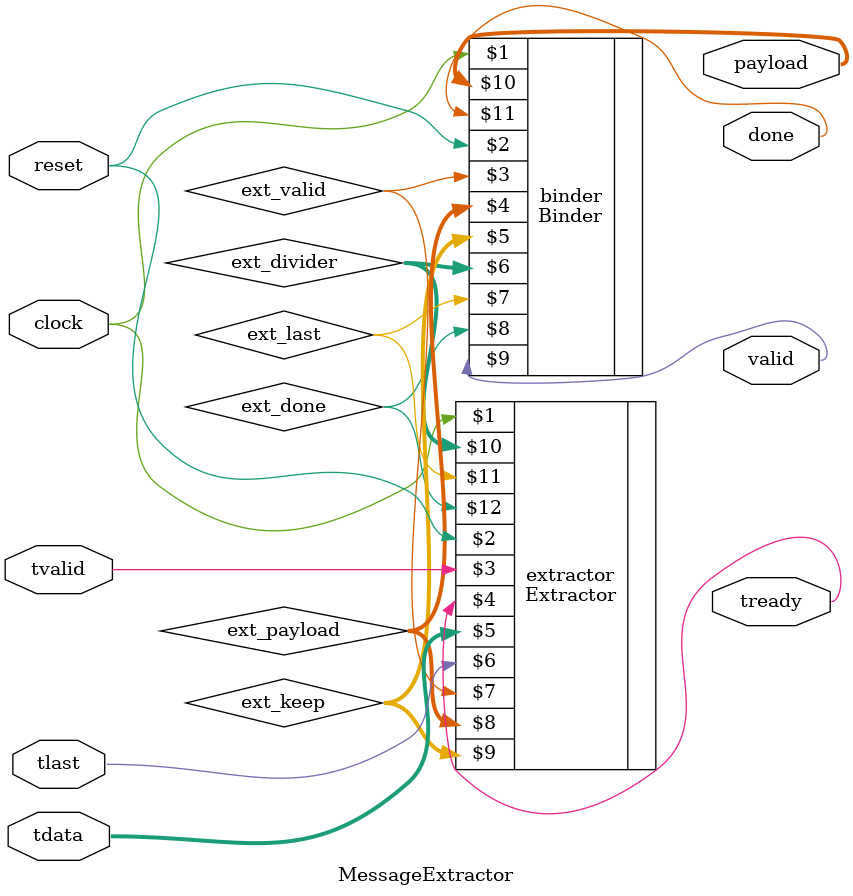
<source format=v>
`timescale 1ns / 1ps


module MessageExtractor #(parameter N_BYTES=32)(
    clock, reset,
    tvalid, tready, tdata, tlast,
    valid, payload, done
);

localparam N_BITS = N_BYTES << 3;

input wire clock;
input wire reset;

// AXI stream
input wire tvalid;
input wire tlast;
input wire[63:0] tdata;
output wire tready;

// outputs
output wire valid;  // the output has new data
output wire[N_BITS-1:0] payload;
output wire done; // signalizes the delivery of all payloads of a stream

wire ext_valid;
wire[63:0] ext_payload;
wire[5:0] ext_keep;
wire[5:0] ext_divider;
wire ext_last;
wire ext_done;

Extractor extractor(
    clock, reset,
    tvalid, tready, tdata, tlast,
    ext_valid, ext_payload, ext_keep, ext_divider, ext_last, ext_done
);

Binder binder(
    clock, reset,
    ext_valid, ext_payload, ext_keep, ext_divider, ext_last, ext_done,
    valid, payload, done
);

endmodule

</source>
